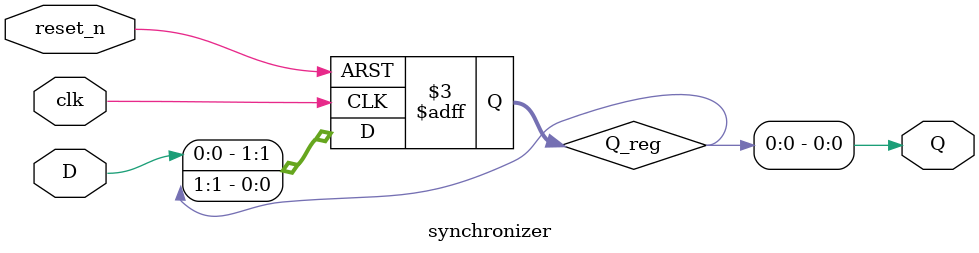
<source format=v>
`timescale 1ns / 1ps


module synchronizer
    #(parameter STAGES = 2)(
    input clk, reset_n,
    input D,
    output Q
    );
    
    reg [STAGES - 1:0] Q_reg;
    always @(posedge clk, negedge reset_n)
    begin
        if (~reset_n)
            Q_reg <= 'b0;
        else
            Q_reg <= {D, Q_reg[STAGES - 1:1]};
    end
    
    assign Q = Q_reg[0];
endmodule
</source>
